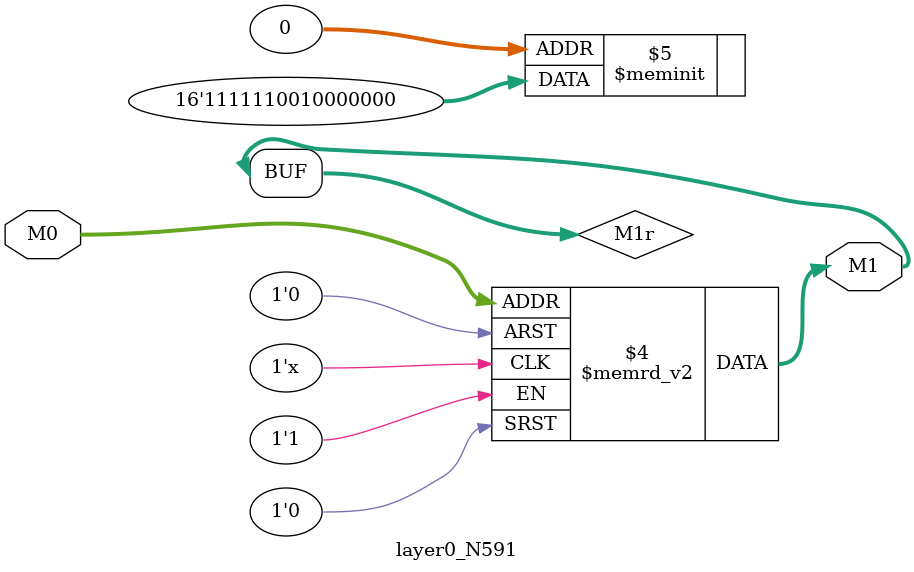
<source format=v>
module layer0_N591 ( input [2:0] M0, output [1:0] M1 );

	(*rom_style = "distributed" *) reg [1:0] M1r;
	assign M1 = M1r;
	always @ (M0) begin
		case (M0)
			3'b000: M1r = 2'b00;
			3'b100: M1r = 2'b00;
			3'b010: M1r = 2'b00;
			3'b110: M1r = 2'b11;
			3'b001: M1r = 2'b00;
			3'b101: M1r = 2'b11;
			3'b011: M1r = 2'b10;
			3'b111: M1r = 2'b11;

		endcase
	end
endmodule

</source>
